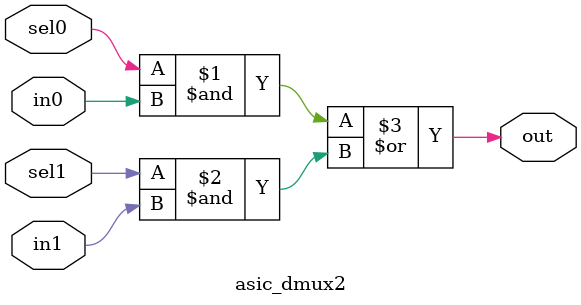
<source format=v>

module asic_dmux2
   (
    input  sel1,
    input  sel0,
    input  in1,
    input  in0,
    output out
    );

   assign out = sel0 & in0 |
		sel1 & in1;

endmodule

</source>
